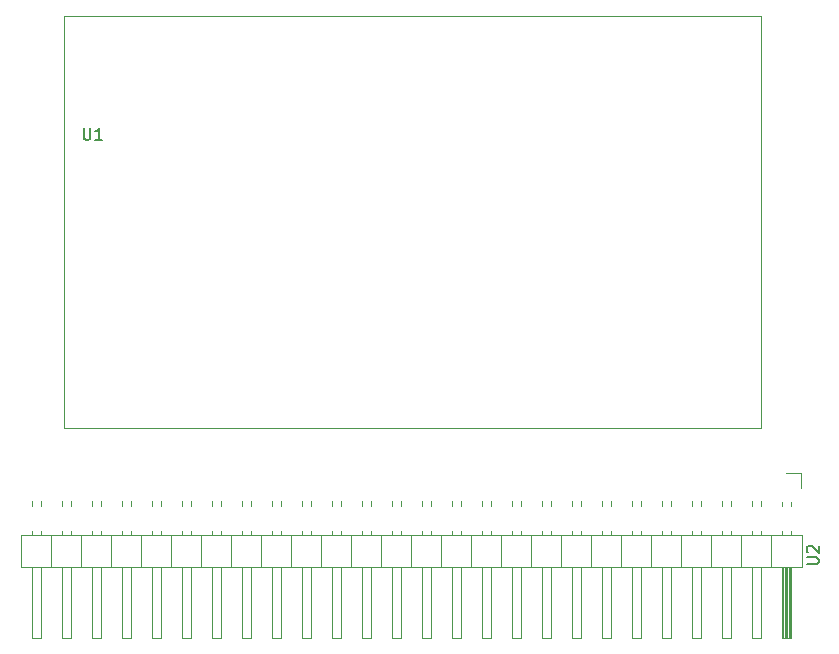
<source format=gbr>
G04 #@! TF.GenerationSoftware,KiCad,Pcbnew,5.1.2-f72e74a~84~ubuntu19.04.1*
G04 #@! TF.CreationDate,2019-05-14T14:31:21-05:00*
G04 #@! TF.ProjectId,Adapter-TE-52,41646170-7465-4722-9d54-452d35322e6b,rev?*
G04 #@! TF.SameCoordinates,Original*
G04 #@! TF.FileFunction,Legend,Top*
G04 #@! TF.FilePolarity,Positive*
%FSLAX46Y46*%
G04 Gerber Fmt 4.6, Leading zero omitted, Abs format (unit mm)*
G04 Created by KiCad (PCBNEW 5.1.2-f72e74a~84~ubuntu19.04.1) date 2019-05-14 14:31:21*
%MOMM*%
%LPD*%
G04 APERTURE LIST*
%ADD10C,0.120000*%
%ADD11C,0.150000*%
G04 APERTURE END LIST*
D10*
X168629640Y-119504280D02*
X102469640Y-119504280D01*
X102469640Y-119504280D02*
X102469640Y-122164280D01*
X102469640Y-122164280D02*
X168629640Y-122164280D01*
X168629640Y-122164280D02*
X168629640Y-119504280D01*
X167679640Y-122164280D02*
X167679640Y-128164280D01*
X167679640Y-128164280D02*
X166919640Y-128164280D01*
X166919640Y-128164280D02*
X166919640Y-122164280D01*
X167619640Y-122164280D02*
X167619640Y-128164280D01*
X167499640Y-122164280D02*
X167499640Y-128164280D01*
X167379640Y-122164280D02*
X167379640Y-128164280D01*
X167259640Y-122164280D02*
X167259640Y-128164280D01*
X167139640Y-122164280D02*
X167139640Y-128164280D01*
X167019640Y-122164280D02*
X167019640Y-128164280D01*
X167679640Y-119107209D02*
X167679640Y-119504280D01*
X166919640Y-119107209D02*
X166919640Y-119504280D01*
X167679640Y-116634280D02*
X167679640Y-117021351D01*
X166919640Y-116634280D02*
X166919640Y-117021351D01*
X166029640Y-119504280D02*
X166029640Y-122164280D01*
X165139640Y-122164280D02*
X165139640Y-128164280D01*
X165139640Y-128164280D02*
X164379640Y-128164280D01*
X164379640Y-128164280D02*
X164379640Y-122164280D01*
X165139640Y-119107209D02*
X165139640Y-119504280D01*
X164379640Y-119107209D02*
X164379640Y-119504280D01*
X165139640Y-116567209D02*
X165139640Y-117021351D01*
X164379640Y-116567209D02*
X164379640Y-117021351D01*
X163489640Y-119504280D02*
X163489640Y-122164280D01*
X162599640Y-122164280D02*
X162599640Y-128164280D01*
X162599640Y-128164280D02*
X161839640Y-128164280D01*
X161839640Y-128164280D02*
X161839640Y-122164280D01*
X162599640Y-119107209D02*
X162599640Y-119504280D01*
X161839640Y-119107209D02*
X161839640Y-119504280D01*
X162599640Y-116567209D02*
X162599640Y-117021351D01*
X161839640Y-116567209D02*
X161839640Y-117021351D01*
X160949640Y-119504280D02*
X160949640Y-122164280D01*
X160059640Y-122164280D02*
X160059640Y-128164280D01*
X160059640Y-128164280D02*
X159299640Y-128164280D01*
X159299640Y-128164280D02*
X159299640Y-122164280D01*
X160059640Y-119107209D02*
X160059640Y-119504280D01*
X159299640Y-119107209D02*
X159299640Y-119504280D01*
X160059640Y-116567209D02*
X160059640Y-117021351D01*
X159299640Y-116567209D02*
X159299640Y-117021351D01*
X158409640Y-119504280D02*
X158409640Y-122164280D01*
X157519640Y-122164280D02*
X157519640Y-128164280D01*
X157519640Y-128164280D02*
X156759640Y-128164280D01*
X156759640Y-128164280D02*
X156759640Y-122164280D01*
X157519640Y-119107209D02*
X157519640Y-119504280D01*
X156759640Y-119107209D02*
X156759640Y-119504280D01*
X157519640Y-116567209D02*
X157519640Y-117021351D01*
X156759640Y-116567209D02*
X156759640Y-117021351D01*
X155869640Y-119504280D02*
X155869640Y-122164280D01*
X154979640Y-122164280D02*
X154979640Y-128164280D01*
X154979640Y-128164280D02*
X154219640Y-128164280D01*
X154219640Y-128164280D02*
X154219640Y-122164280D01*
X154979640Y-119107209D02*
X154979640Y-119504280D01*
X154219640Y-119107209D02*
X154219640Y-119504280D01*
X154979640Y-116567209D02*
X154979640Y-117021351D01*
X154219640Y-116567209D02*
X154219640Y-117021351D01*
X153329640Y-119504280D02*
X153329640Y-122164280D01*
X152439640Y-122164280D02*
X152439640Y-128164280D01*
X152439640Y-128164280D02*
X151679640Y-128164280D01*
X151679640Y-128164280D02*
X151679640Y-122164280D01*
X152439640Y-119107209D02*
X152439640Y-119504280D01*
X151679640Y-119107209D02*
X151679640Y-119504280D01*
X152439640Y-116567209D02*
X152439640Y-117021351D01*
X151679640Y-116567209D02*
X151679640Y-117021351D01*
X150789640Y-119504280D02*
X150789640Y-122164280D01*
X149899640Y-122164280D02*
X149899640Y-128164280D01*
X149899640Y-128164280D02*
X149139640Y-128164280D01*
X149139640Y-128164280D02*
X149139640Y-122164280D01*
X149899640Y-119107209D02*
X149899640Y-119504280D01*
X149139640Y-119107209D02*
X149139640Y-119504280D01*
X149899640Y-116567209D02*
X149899640Y-117021351D01*
X149139640Y-116567209D02*
X149139640Y-117021351D01*
X148249640Y-119504280D02*
X148249640Y-122164280D01*
X147359640Y-122164280D02*
X147359640Y-128164280D01*
X147359640Y-128164280D02*
X146599640Y-128164280D01*
X146599640Y-128164280D02*
X146599640Y-122164280D01*
X147359640Y-119107209D02*
X147359640Y-119504280D01*
X146599640Y-119107209D02*
X146599640Y-119504280D01*
X147359640Y-116567209D02*
X147359640Y-117021351D01*
X146599640Y-116567209D02*
X146599640Y-117021351D01*
X145709640Y-119504280D02*
X145709640Y-122164280D01*
X144819640Y-122164280D02*
X144819640Y-128164280D01*
X144819640Y-128164280D02*
X144059640Y-128164280D01*
X144059640Y-128164280D02*
X144059640Y-122164280D01*
X144819640Y-119107209D02*
X144819640Y-119504280D01*
X144059640Y-119107209D02*
X144059640Y-119504280D01*
X144819640Y-116567209D02*
X144819640Y-117021351D01*
X144059640Y-116567209D02*
X144059640Y-117021351D01*
X143169640Y-119504280D02*
X143169640Y-122164280D01*
X142279640Y-122164280D02*
X142279640Y-128164280D01*
X142279640Y-128164280D02*
X141519640Y-128164280D01*
X141519640Y-128164280D02*
X141519640Y-122164280D01*
X142279640Y-119107209D02*
X142279640Y-119504280D01*
X141519640Y-119107209D02*
X141519640Y-119504280D01*
X142279640Y-116567209D02*
X142279640Y-117021351D01*
X141519640Y-116567209D02*
X141519640Y-117021351D01*
X140629640Y-119504280D02*
X140629640Y-122164280D01*
X139739640Y-122164280D02*
X139739640Y-128164280D01*
X139739640Y-128164280D02*
X138979640Y-128164280D01*
X138979640Y-128164280D02*
X138979640Y-122164280D01*
X139739640Y-119107209D02*
X139739640Y-119504280D01*
X138979640Y-119107209D02*
X138979640Y-119504280D01*
X139739640Y-116567209D02*
X139739640Y-117021351D01*
X138979640Y-116567209D02*
X138979640Y-117021351D01*
X138089640Y-119504280D02*
X138089640Y-122164280D01*
X137199640Y-122164280D02*
X137199640Y-128164280D01*
X137199640Y-128164280D02*
X136439640Y-128164280D01*
X136439640Y-128164280D02*
X136439640Y-122164280D01*
X137199640Y-119107209D02*
X137199640Y-119504280D01*
X136439640Y-119107209D02*
X136439640Y-119504280D01*
X137199640Y-116567209D02*
X137199640Y-117021351D01*
X136439640Y-116567209D02*
X136439640Y-117021351D01*
X135549640Y-119504280D02*
X135549640Y-122164280D01*
X134659640Y-122164280D02*
X134659640Y-128164280D01*
X134659640Y-128164280D02*
X133899640Y-128164280D01*
X133899640Y-128164280D02*
X133899640Y-122164280D01*
X134659640Y-119107209D02*
X134659640Y-119504280D01*
X133899640Y-119107209D02*
X133899640Y-119504280D01*
X134659640Y-116567209D02*
X134659640Y-117021351D01*
X133899640Y-116567209D02*
X133899640Y-117021351D01*
X133009640Y-119504280D02*
X133009640Y-122164280D01*
X132119640Y-122164280D02*
X132119640Y-128164280D01*
X132119640Y-128164280D02*
X131359640Y-128164280D01*
X131359640Y-128164280D02*
X131359640Y-122164280D01*
X132119640Y-119107209D02*
X132119640Y-119504280D01*
X131359640Y-119107209D02*
X131359640Y-119504280D01*
X132119640Y-116567209D02*
X132119640Y-117021351D01*
X131359640Y-116567209D02*
X131359640Y-117021351D01*
X130469640Y-119504280D02*
X130469640Y-122164280D01*
X129579640Y-122164280D02*
X129579640Y-128164280D01*
X129579640Y-128164280D02*
X128819640Y-128164280D01*
X128819640Y-128164280D02*
X128819640Y-122164280D01*
X129579640Y-119107209D02*
X129579640Y-119504280D01*
X128819640Y-119107209D02*
X128819640Y-119504280D01*
X129579640Y-116567209D02*
X129579640Y-117021351D01*
X128819640Y-116567209D02*
X128819640Y-117021351D01*
X127929640Y-119504280D02*
X127929640Y-122164280D01*
X127039640Y-122164280D02*
X127039640Y-128164280D01*
X127039640Y-128164280D02*
X126279640Y-128164280D01*
X126279640Y-128164280D02*
X126279640Y-122164280D01*
X127039640Y-119107209D02*
X127039640Y-119504280D01*
X126279640Y-119107209D02*
X126279640Y-119504280D01*
X127039640Y-116567209D02*
X127039640Y-117021351D01*
X126279640Y-116567209D02*
X126279640Y-117021351D01*
X125389640Y-119504280D02*
X125389640Y-122164280D01*
X124499640Y-122164280D02*
X124499640Y-128164280D01*
X124499640Y-128164280D02*
X123739640Y-128164280D01*
X123739640Y-128164280D02*
X123739640Y-122164280D01*
X124499640Y-119107209D02*
X124499640Y-119504280D01*
X123739640Y-119107209D02*
X123739640Y-119504280D01*
X124499640Y-116567209D02*
X124499640Y-117021351D01*
X123739640Y-116567209D02*
X123739640Y-117021351D01*
X122849640Y-119504280D02*
X122849640Y-122164280D01*
X121959640Y-122164280D02*
X121959640Y-128164280D01*
X121959640Y-128164280D02*
X121199640Y-128164280D01*
X121199640Y-128164280D02*
X121199640Y-122164280D01*
X121959640Y-119107209D02*
X121959640Y-119504280D01*
X121199640Y-119107209D02*
X121199640Y-119504280D01*
X121959640Y-116567209D02*
X121959640Y-117021351D01*
X121199640Y-116567209D02*
X121199640Y-117021351D01*
X120309640Y-119504280D02*
X120309640Y-122164280D01*
X119419640Y-122164280D02*
X119419640Y-128164280D01*
X119419640Y-128164280D02*
X118659640Y-128164280D01*
X118659640Y-128164280D02*
X118659640Y-122164280D01*
X119419640Y-119107209D02*
X119419640Y-119504280D01*
X118659640Y-119107209D02*
X118659640Y-119504280D01*
X119419640Y-116567209D02*
X119419640Y-117021351D01*
X118659640Y-116567209D02*
X118659640Y-117021351D01*
X117769640Y-119504280D02*
X117769640Y-122164280D01*
X116879640Y-122164280D02*
X116879640Y-128164280D01*
X116879640Y-128164280D02*
X116119640Y-128164280D01*
X116119640Y-128164280D02*
X116119640Y-122164280D01*
X116879640Y-119107209D02*
X116879640Y-119504280D01*
X116119640Y-119107209D02*
X116119640Y-119504280D01*
X116879640Y-116567209D02*
X116879640Y-117021351D01*
X116119640Y-116567209D02*
X116119640Y-117021351D01*
X115229640Y-119504280D02*
X115229640Y-122164280D01*
X114339640Y-122164280D02*
X114339640Y-128164280D01*
X114339640Y-128164280D02*
X113579640Y-128164280D01*
X113579640Y-128164280D02*
X113579640Y-122164280D01*
X114339640Y-119107209D02*
X114339640Y-119504280D01*
X113579640Y-119107209D02*
X113579640Y-119504280D01*
X114339640Y-116567209D02*
X114339640Y-117021351D01*
X113579640Y-116567209D02*
X113579640Y-117021351D01*
X112689640Y-119504280D02*
X112689640Y-122164280D01*
X111799640Y-122164280D02*
X111799640Y-128164280D01*
X111799640Y-128164280D02*
X111039640Y-128164280D01*
X111039640Y-128164280D02*
X111039640Y-122164280D01*
X111799640Y-119107209D02*
X111799640Y-119504280D01*
X111039640Y-119107209D02*
X111039640Y-119504280D01*
X111799640Y-116567209D02*
X111799640Y-117021351D01*
X111039640Y-116567209D02*
X111039640Y-117021351D01*
X110149640Y-119504280D02*
X110149640Y-122164280D01*
X109259640Y-122164280D02*
X109259640Y-128164280D01*
X109259640Y-128164280D02*
X108499640Y-128164280D01*
X108499640Y-128164280D02*
X108499640Y-122164280D01*
X109259640Y-119107209D02*
X109259640Y-119504280D01*
X108499640Y-119107209D02*
X108499640Y-119504280D01*
X109259640Y-116567209D02*
X109259640Y-117021351D01*
X108499640Y-116567209D02*
X108499640Y-117021351D01*
X107609640Y-119504280D02*
X107609640Y-122164280D01*
X106719640Y-122164280D02*
X106719640Y-128164280D01*
X106719640Y-128164280D02*
X105959640Y-128164280D01*
X105959640Y-128164280D02*
X105959640Y-122164280D01*
X106719640Y-119107209D02*
X106719640Y-119504280D01*
X105959640Y-119107209D02*
X105959640Y-119504280D01*
X106719640Y-116567209D02*
X106719640Y-117021351D01*
X105959640Y-116567209D02*
X105959640Y-117021351D01*
X105069640Y-119504280D02*
X105069640Y-122164280D01*
X104179640Y-122164280D02*
X104179640Y-128164280D01*
X104179640Y-128164280D02*
X103419640Y-128164280D01*
X103419640Y-128164280D02*
X103419640Y-122164280D01*
X104179640Y-119107209D02*
X104179640Y-119504280D01*
X103419640Y-119107209D02*
X103419640Y-119504280D01*
X104179640Y-116567209D02*
X104179640Y-117021351D01*
X103419640Y-116567209D02*
X103419640Y-117021351D01*
X167299640Y-114254280D02*
X168569640Y-114254280D01*
X168569640Y-114254280D02*
X168569640Y-115524280D01*
X106159300Y-110426500D02*
X106159300Y-75539600D01*
X165163500Y-110426500D02*
X106159300Y-110426500D01*
X165163500Y-75539600D02*
X165163500Y-110426500D01*
X106159300Y-75539600D02*
X165163500Y-75539600D01*
D11*
X169022020Y-121941184D02*
X169831544Y-121941184D01*
X169926782Y-121893565D01*
X169974401Y-121845946D01*
X170022020Y-121750708D01*
X170022020Y-121560232D01*
X169974401Y-121464994D01*
X169926782Y-121417375D01*
X169831544Y-121369756D01*
X169022020Y-121369756D01*
X169117259Y-120941184D02*
X169069640Y-120893565D01*
X169022020Y-120798327D01*
X169022020Y-120560232D01*
X169069640Y-120464994D01*
X169117259Y-120417375D01*
X169212497Y-120369756D01*
X169307735Y-120369756D01*
X169450592Y-120417375D01*
X170022020Y-120988803D01*
X170022020Y-120369756D01*
X107797695Y-85012280D02*
X107797695Y-85821804D01*
X107845314Y-85917042D01*
X107892933Y-85964661D01*
X107988171Y-86012280D01*
X108178647Y-86012280D01*
X108273885Y-85964661D01*
X108321504Y-85917042D01*
X108369123Y-85821804D01*
X108369123Y-85012280D01*
X109369123Y-86012280D02*
X108797695Y-86012280D01*
X109083409Y-86012280D02*
X109083409Y-85012280D01*
X108988171Y-85155138D01*
X108892933Y-85250376D01*
X108797695Y-85297995D01*
M02*

</source>
